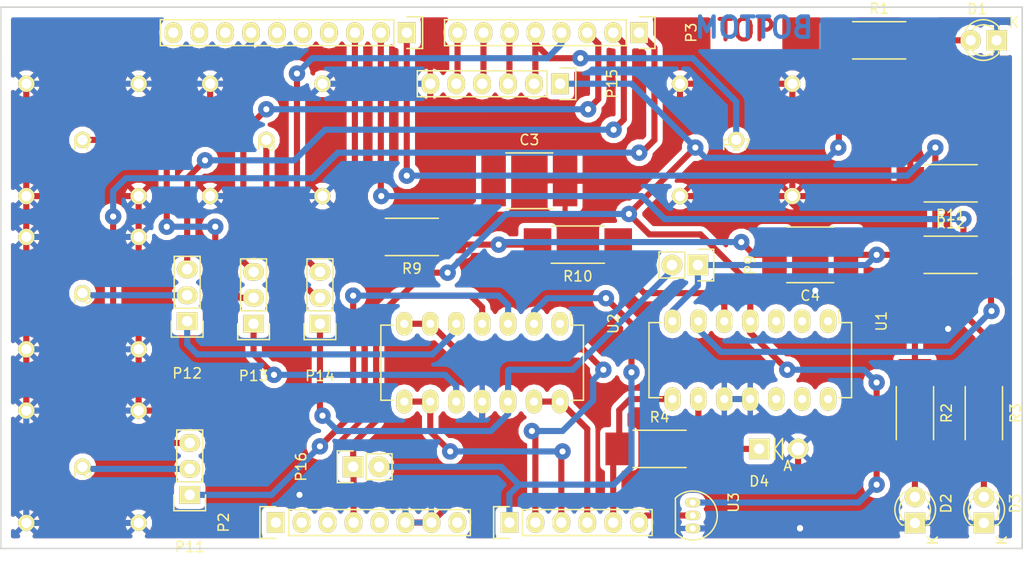
<source format=kicad_pcb>
(kicad_pcb (version 4) (host pcbnew 4.0.2+dfsg1-stable)
  (layers (0 F.Cu signal) (31 B.Cu signal) (34 B.Paste user) (35 F.Paste user) (36 B.SilkS user) (37 F.SilkS user) (38 B.Mask user) (39 F.Mask user) (44 Edge.Cuts user))
  (net 0 "")
  (net 1 GND)
  (net 2 "Net-(C3-Pad1)")
  (net 3 /DAC0)
  (net 4 "Net-(D1-Pad2)")
  (net 5 "Net-(D2-Pad2)")
  (net 6 "Net-(D3-Pad2)")
  (net 7 "Net-(D4-Pad1)")
  (net 8 /BNC0)
  (net 9 /BNC1)
  (net 10 /BNC2)
  (net 11 /BNC3)
  (net 12 /AI0)
  (net 13 /D0)
  (net 14 /AI1)
  (net 15 /D1)
  (net 16 /AI2)
  (net 17 /D2)
  (net 18 /AI3)
  (net 19 /D3)
  (net 20 /D4)
  (net 21 /D5)
  (net 22 /D6)
  (net 23 /D7)
  (net 24 +3V3)
  (net 25 /D8)
  (net 26 /D9)
  (net 27 /AD5)
  (net 28 /D10)
  (net 29 "Net-(R10-Pad1)")
  (net 30 "Net-(R11-Pad1)")
  (net 31 /AD0)
  (net 32 /AD1)
  (net 33 /AD2)
  (net 34 /AD3)
  (net 35 /AD4)
  (module rzfp:bnc (layer F.Cu) (at 108 128)
    (fp_text reference P6 (at 0 0.5) (layer F.SilkS))
    (fp_text value BNC)
    (pad 1 thru_hole circle (at 0 0) (size 1.6 1.6) (drill 1) (layers *.Cu *.Mask F.SilkS) (net 9 /BNC1))
    (pad 2 thru_hole circle (at -5.5 -5.5) (size 1.6 1.6) (drill 1) (layers *.Cu *.Mask F.SilkS) (net 1 GND))
    (pad 2 thru_hole circle (at 5.5 -5.5) (size 1.6 1.6) (drill 1) (layers *.Cu *.Mask F.SilkS) (net 1 GND))
    (pad 2 thru_hole circle (at -5.5 5.5) (size 1.6 1.6) (drill 1) (layers *.Cu *.Mask F.SilkS) (net 1 GND))
    (pad 2 thru_hole circle (at 5.5 5.5) (size 1.6 1.6) (drill 1) (layers *.Cu *.Mask F.SilkS) (net 1 GND))
  )
  (module Capacitors_SMD:C_2220_HandSoldering (layer F.Cu) (at 151.75 117)
    (fp_text reference C3 (at 0 -4) (layer F.SilkS))
    (fp_text value 12n)
    (pad 1 smd rect (at -3.5 0) (size 2.4 5) (layers F.Cu F.Paste F.Mask) (net 2 "Net-(C3-Pad1)"))
    (pad 2 smd rect (at 3.5 0) (size 2.4 5) (layers F.Cu F.Paste F.Mask) (net 1 GND))
  )
  (module Capacitors_SMD:C_2220_HandSoldering (layer F.Cu) (at 179.25 124.25 180)
    (fp_text reference C4 (at 0 -4 180) (layer F.SilkS))
    (fp_text value 12n)
    (pad 1 smd rect (at -3.5 0 180) (size 2.4 5) (layers F.Cu F.Paste F.Mask) (net 3 /DAC0))
    (pad 2 smd rect (at 3.5 0 180) (size 2.4 5) (layers F.Cu F.Paste F.Mask) (net 2 "Net-(C3-Pad1)"))
  )
  (module LEDs:LED-3MM (layer F.Cu) (at 197.5 103.25 180)
    (fp_text reference D1 (at 1.91 3.06 180) (layer F.SilkS))
    (fp_text value LED)
    (fp_text user K (at -1.69 1.74 180) (layer F.SilkS))
    (pad 1 thru_hole rect (at 0 0 270) (size 2 2) (drill 1.00076) (layers *.Cu *.Mask F.SilkS) (net 1 GND))
    (pad 2 thru_hole circle (at 2.54 0 180) (size 2 2) (drill 1.00076) (layers *.Cu *.Mask F.SilkS) (net 4 "Net-(D1-Pad2)"))
  )
  (module LEDs:LED-3MM (layer F.Cu) (at 189.5 150.5 90)
    (fp_text reference D2 (at 1.91 3.06 90) (layer F.SilkS))
    (fp_text value LED)
    (fp_text user K (at -1.69 1.74 90) (layer F.SilkS))
    (pad 1 thru_hole rect (at 0 0 180) (size 2 2) (drill 1.00076) (layers *.Cu *.Mask F.SilkS) (net 1 GND))
    (pad 2 thru_hole circle (at 2.54 0 90) (size 2 2) (drill 1.00076) (layers *.Cu *.Mask F.SilkS) (net 5 "Net-(D2-Pad2)"))
  )
  (module LEDs:LED-3MM (layer F.Cu) (at 196.25 150.5 90)
    (fp_text reference D3 (at 1.91 3.06 90) (layer F.SilkS))
    (fp_text value LED)
    (fp_text user K (at -1.69 1.74 90) (layer F.SilkS))
    (pad 1 thru_hole rect (at 0 0 180) (size 2 2) (drill 1.00076) (layers *.Cu *.Mask F.SilkS) (net 1 GND))
    (pad 2 thru_hole circle (at 2.54 0 90) (size 2 2) (drill 1.00076) (layers *.Cu *.Mask F.SilkS) (net 6 "Net-(D3-Pad2)"))
  )
  (module Diodes_ThroughHole:Diode_DO-41_SOD81_Vertical_AnodeUp (layer F.Cu) (at 174.25 143.25)
    (fp_text reference D4 (at 0 3.175) (layer F.SilkS))
    (fp_text value photodiode)
    (fp_text user A (at 2.794 1.651) (layer F.SilkS))
    (pad 2 thru_hole circle (at 3.81 0) (size 1.99898 1.99898) (drill 1.27) (layers *.Cu *.Mask F.SilkS) (net 1 GND))
    (pad 1 thru_hole rect (at 0 0) (size 1.99898 1.99898) (drill 1.00076) (layers *.Cu *.Mask F.SilkS) (net 7 "Net-(D4-Pad1)"))
  )
  (module rzfp:bnc (layer F.Cu) (at 108 145)
    (fp_text reference P5 (at 0 0.5) (layer F.SilkS))
    (fp_text value BNC)
    (pad 1 thru_hole circle (at 0 0) (size 1.6 1.6) (drill 1) (layers *.Cu *.Mask F.SilkS) (net 8 /BNC0))
    (pad 2 thru_hole circle (at -5.5 -5.5) (size 1.6 1.6) (drill 1) (layers *.Cu *.Mask F.SilkS) (net 1 GND))
    (pad 2 thru_hole circle (at 5.5 -5.5) (size 1.6 1.6) (drill 1) (layers *.Cu *.Mask F.SilkS) (net 1 GND))
    (pad 2 thru_hole circle (at -5.5 5.5) (size 1.6 1.6) (drill 1) (layers *.Cu *.Mask F.SilkS) (net 1 GND))
    (pad 2 thru_hole circle (at 5.5 5.5) (size 1.6 1.6) (drill 1) (layers *.Cu *.Mask F.SilkS) (net 1 GND))
  )
  (module rzfp:bnc (layer F.Cu) (at 108 113)
    (fp_text reference P7 (at 0 0.5) (layer F.SilkS))
    (fp_text value BNC)
    (pad 1 thru_hole circle (at 0 0) (size 1.6 1.6) (drill 1) (layers *.Cu *.Mask F.SilkS) (net 10 /BNC2))
    (pad 2 thru_hole circle (at -5.5 -5.5) (size 1.6 1.6) (drill 1) (layers *.Cu *.Mask F.SilkS) (net 1 GND))
    (pad 2 thru_hole circle (at 5.5 -5.5) (size 1.6 1.6) (drill 1) (layers *.Cu *.Mask F.SilkS) (net 1 GND))
    (pad 2 thru_hole circle (at -5.5 5.5) (size 1.6 1.6) (drill 1) (layers *.Cu *.Mask F.SilkS) (net 1 GND))
    (pad 2 thru_hole circle (at 5.5 5.5) (size 1.6 1.6) (drill 1) (layers *.Cu *.Mask F.SilkS) (net 1 GND))
  )
  (module rzfp:bnc (layer F.Cu) (at 126 113)
    (fp_text reference P8 (at 0 0.5) (layer F.SilkS))
    (fp_text value BNC)
    (pad 1 thru_hole circle (at 0 0) (size 1.6 1.6) (drill 1) (layers *.Cu *.Mask F.SilkS) (net 11 /BNC3))
    (pad 2 thru_hole circle (at -5.5 -5.5) (size 1.6 1.6) (drill 1) (layers *.Cu *.Mask F.SilkS) (net 1 GND))
    (pad 2 thru_hole circle (at 5.5 -5.5) (size 1.6 1.6) (drill 1) (layers *.Cu *.Mask F.SilkS) (net 1 GND))
    (pad 2 thru_hole circle (at -5.5 5.5) (size 1.6 1.6) (drill 1) (layers *.Cu *.Mask F.SilkS) (net 1 GND))
    (pad 2 thru_hole circle (at 5.5 5.5) (size 1.6 1.6) (drill 1) (layers *.Cu *.Mask F.SilkS) (net 1 GND))
  )
  (module Pin_Headers:Pin_Header_Straight_1x02 (layer F.Cu) (at 168.25 125.25 270)
    (fp_text reference P9 (at 0 -5.1 270) (layer F.SilkS))
    (fp_text value DAC2ADC0)
    (pad 1 thru_hole rect (at 0 0 270) (size 2.032 2.032) (drill 1.016) (layers *.Cu *.Mask F.SilkS) (net 3 /DAC0))
    (pad 2 thru_hole oval (at 0 2.54 270) (size 2.032 2.032) (drill 1.016) (layers *.Cu *.Mask F.SilkS) (net 18 /AI3))
  )
  (module Pin_Headers:Pin_Header_Straight_1x03 (layer F.Cu) (at 118.5 147.75 180)
    (fp_text reference P11 (at 0 -5.1 180) (layer F.SilkS))
    (fp_text value ADC-DO)
    (pad 1 thru_hole rect (at 0 0 180) (size 2.032 1.7272) (drill 1.016) (layers *.Cu *.Mask F.SilkS) (net 12 /AI0))
    (pad 2 thru_hole oval (at 0 2.54 180) (size 2.032 1.7272) (drill 1.016) (layers *.Cu *.Mask F.SilkS) (net 8 /BNC0))
    (pad 3 thru_hole oval (at 0 5.08 180) (size 2.032 1.7272) (drill 1.016) (layers *.Cu *.Mask F.SilkS) (net 13 /D0))
  )
  (module Pin_Headers:Pin_Header_Straight_1x03 (layer F.Cu) (at 118.25 130.75 180)
    (fp_text reference P12 (at 0 -5.1 180) (layer F.SilkS))
    (fp_text value ADC-DO)
    (pad 1 thru_hole rect (at 0 0 180) (size 2.032 1.7272) (drill 1.016) (layers *.Cu *.Mask F.SilkS) (net 14 /AI1))
    (pad 2 thru_hole oval (at 0 2.54 180) (size 2.032 1.7272) (drill 1.016) (layers *.Cu *.Mask F.SilkS) (net 9 /BNC1))
    (pad 3 thru_hole oval (at 0 5.08 180) (size 2.032 1.7272) (drill 1.016) (layers *.Cu *.Mask F.SilkS) (net 15 /D1))
  )
  (module Pin_Headers:Pin_Header_Straight_1x03 (layer F.Cu) (at 124.75 131 180)
    (fp_text reference P13 (at 0 -5.1 180) (layer F.SilkS))
    (fp_text value ADC-DO)
    (pad 1 thru_hole rect (at 0 0 180) (size 2.032 1.7272) (drill 1.016) (layers *.Cu *.Mask F.SilkS) (net 16 /AI2))
    (pad 2 thru_hole oval (at 0 2.54 180) (size 2.032 1.7272) (drill 1.016) (layers *.Cu *.Mask F.SilkS) (net 10 /BNC2))
    (pad 3 thru_hole oval (at 0 5.08 180) (size 2.032 1.7272) (drill 1.016) (layers *.Cu *.Mask F.SilkS) (net 17 /D2))
  )
  (module Pin_Headers:Pin_Header_Straight_1x03 (layer F.Cu) (at 131.25 131 180)
    (fp_text reference P14 (at 0 -5.1 180) (layer F.SilkS))
    (fp_text value ADC-DO)
    (pad 1 thru_hole rect (at 0 0 180) (size 2.032 1.7272) (drill 1.016) (layers *.Cu *.Mask F.SilkS) (net 18 /AI3))
    (pad 2 thru_hole oval (at 0 2.54 180) (size 2.032 1.7272) (drill 1.016) (layers *.Cu *.Mask F.SilkS) (net 11 /BNC3))
    (pad 3 thru_hole oval (at 0 5.08 180) (size 2.032 1.7272) (drill 1.016) (layers *.Cu *.Mask F.SilkS) (net 19 /D3))
  )
  (module Resistors_SMD:R_2512_HandSoldering (layer F.Cu) (at 186 103.25)
    (fp_text reference R1 (at 0 -3.1) (layer F.SilkS))
    (fp_text value 330)
    (pad 1 smd rect (at -3.95 0) (size 2.7 3.2) (layers F.Cu F.Paste F.Mask) (net 24 +3V3))
    (pad 2 smd rect (at 3.95 0) (size 2.7 3.2) (layers F.Cu F.Paste F.Mask) (net 4 "Net-(D1-Pad2)"))
  )
  (module Resistors_SMD:R_2512_HandSoldering (layer F.Cu) (at 189.5 139.75 270)
    (fp_text reference R2 (at 0 -3.1 270) (layer F.SilkS))
    (fp_text value 330)
    (pad 1 smd rect (at -3.95 0 270) (size 2.7 3.2) (layers F.Cu F.Paste F.Mask) (net 25 /D8))
    (pad 2 smd rect (at 3.95 0 270) (size 2.7 3.2) (layers F.Cu F.Paste F.Mask) (net 5 "Net-(D2-Pad2)"))
  )
  (module Resistors_SMD:R_2512_HandSoldering (layer F.Cu) (at 196.25 139.75 270)
    (fp_text reference R3 (at 0 -3.1 270) (layer F.SilkS))
    (fp_text value 330)
    (pad 1 smd rect (at -3.95 0 270) (size 2.7 3.2) (layers F.Cu F.Paste F.Mask) (net 26 /D9))
    (pad 2 smd rect (at 3.95 0 270) (size 2.7 3.2) (layers F.Cu F.Paste F.Mask) (net 6 "Net-(D3-Pad2)"))
  )
  (module Resistors_SMD:R_2512_HandSoldering (layer F.Cu) (at 164.5 143.25)
    (fp_text reference R4 (at 0 -3.1) (layer F.SilkS))
    (fp_text value 47k)
    (pad 1 smd rect (at -3.95 0) (size 2.7 3.2) (layers F.Cu F.Paste F.Mask) (net 35 /AD4))
    (pad 2 smd rect (at 3.95 0) (size 2.7 3.2) (layers F.Cu F.Paste F.Mask) (net 7 "Net-(D4-Pad1)"))
  )
  (module Resistors_SMD:R_2512_HandSoldering (layer F.Cu) (at 140.25 122.5 180)
    (fp_text reference R9 (at 0 -3.1 180) (layer F.SilkS))
    (fp_text value 100k)
    (pad 1 smd rect (at -3.95 0 180) (size 2.7 3.2) (layers F.Cu F.Paste F.Mask) (net 2 "Net-(C3-Pad1)"))
    (pad 2 smd rect (at 3.95 0 180) (size 2.7 3.2) (layers F.Cu F.Paste F.Mask) (net 28 /D10))
  )
  (module Resistors_SMD:R_2512_HandSoldering (layer F.Cu) (at 156.5 123.25 180)
    (fp_text reference R10 (at 0 -3.1 180) (layer F.SilkS))
    (fp_text value 100k)
    (pad 1 smd rect (at -3.95 0 180) (size 2.7 3.2) (layers F.Cu F.Paste F.Mask) (net 29 "Net-(R10-Pad1)"))
    (pad 2 smd rect (at 3.95 0 180) (size 2.7 3.2) (layers F.Cu F.Paste F.Mask) (net 2 "Net-(C3-Pad1)"))
  )
  (module Resistors_SMD:R_2512_HandSoldering (layer F.Cu) (at 193 117.25 180)
    (fp_text reference R11 (at 0 -3.1 180) (layer F.SilkS))
    (fp_text value 10k)
    (pad 1 smd rect (at -3.95 0 180) (size 2.7 3.2) (layers F.Cu F.Paste F.Mask) (net 30 "Net-(R11-Pad1)"))
    (pad 2 smd rect (at 3.95 0 180) (size 2.7 3.2) (layers F.Cu F.Paste F.Mask) (net 1 GND))
  )
  (module Resistors_SMD:R_2512_HandSoldering (layer F.Cu) (at 193 124.25)
    (fp_text reference R12 (at 0 -3.1) (layer F.SilkS))
    (fp_text value 10k)
    (pad 1 smd rect (at -3.95 0) (size 2.7 3.2) (layers F.Cu F.Paste F.Mask) (net 3 /DAC0))
    (pad 2 smd rect (at 3.95 0) (size 2.7 3.2) (layers F.Cu F.Paste F.Mask) (net 30 "Net-(R11-Pad1)"))
  )
  (module Housings_DIP:DIP-14_W7.62mm_LongPads (layer F.Cu) (at 181 130.75 270)
    (fp_text reference U1 (at 0 -5.22 270) (layer F.SilkS))
    (fp_text value LM324)
    (pad 1 thru_hole oval (at 0 0 270) (size 2.3 1.6) (drill 0.8) (layers *.Cu *.Mask F.SilkS))
    (pad 2 thru_hole oval (at 0 2.54 270) (size 2.3 1.6) (drill 0.8) (layers *.Cu *.Mask F.SilkS))
    (pad 3 thru_hole oval (at 0 5.08 270) (size 2.3 1.6) (drill 0.8) (layers *.Cu *.Mask F.SilkS))
    (pad 4 thru_hole oval (at 0 7.62 270) (size 2.3 1.6) (drill 0.8) (layers *.Cu *.Mask F.SilkS) (net 24 +3V3))
    (pad 5 thru_hole oval (at 0 10.16 270) (size 2.3 1.6) (drill 0.8) (layers *.Cu *.Mask F.SilkS) (net 29 "Net-(R10-Pad1)"))
    (pad 6 thru_hole oval (at 0 12.7 270) (size 2.3 1.6) (drill 0.8) (layers *.Cu *.Mask F.SilkS) (net 30 "Net-(R11-Pad1)"))
    (pad 7 thru_hole oval (at 0 15.24 270) (size 2.3 1.6) (drill 0.8) (layers *.Cu *.Mask F.SilkS) (net 3 /DAC0))
    (pad 8 thru_hole oval (at 7.62 15.24 270) (size 2.3 1.6) (drill 0.8) (layers *.Cu *.Mask F.SilkS) (net 35 /AD4))
    (pad 9 thru_hole oval (at 7.62 12.7 270) (size 2.3 1.6) (drill 0.8) (layers *.Cu *.Mask F.SilkS) (net 7 "Net-(D4-Pad1)"))
    (pad 10 thru_hole oval (at 7.62 10.16 270) (size 2.3 1.6) (drill 0.8) (layers *.Cu *.Mask F.SilkS) (net 1 GND))
    (pad 11 thru_hole oval (at 7.62 7.62 270) (size 2.3 1.6) (drill 0.8) (layers *.Cu *.Mask F.SilkS) (net 1 GND))
    (pad 12 thru_hole oval (at 7.62 5.08 270) (size 2.3 1.6) (drill 0.8) (layers *.Cu *.Mask F.SilkS))
    (pad 13 thru_hole oval (at 7.62 2.54 270) (size 2.3 1.6) (drill 0.8) (layers *.Cu *.Mask F.SilkS))
    (pad 14 thru_hole oval (at 7.62 0 270) (size 2.3 1.6) (drill 0.8) (layers *.Cu *.Mask F.SilkS))
  )
  (module Housings_DIP:DIP-14_W7.62mm_LongPads (layer F.Cu) (at 154.75 131 270)
    (fp_text reference U2 (at 0 -5.22 270) (layer F.SilkS))
    (fp_text value LM324)
    (pad 1 thru_hole oval (at 0 0 270) (size 2.3 1.6) (drill 0.8) (layers *.Cu *.Mask F.SilkS) (net 31 /AD0))
    (pad 2 thru_hole oval (at 0 2.54 270) (size 2.3 1.6) (drill 0.8) (layers *.Cu *.Mask F.SilkS) (net 31 /AD0))
    (pad 3 thru_hole oval (at 0 5.08 270) (size 2.3 1.6) (drill 0.8) (layers *.Cu *.Mask F.SilkS) (net 12 /AI0))
    (pad 4 thru_hole oval (at 0 7.62 270) (size 2.3 1.6) (drill 0.8) (layers *.Cu *.Mask F.SilkS) (net 24 +3V3))
    (pad 5 thru_hole oval (at 0 10.16 270) (size 2.3 1.6) (drill 0.8) (layers *.Cu *.Mask F.SilkS) (net 14 /AI1))
    (pad 6 thru_hole oval (at 0 12.7 270) (size 2.3 1.6) (drill 0.8) (layers *.Cu *.Mask F.SilkS) (net 32 /AD1))
    (pad 7 thru_hole oval (at 0 15.24 270) (size 2.3 1.6) (drill 0.8) (layers *.Cu *.Mask F.SilkS) (net 32 /AD1))
    (pad 8 thru_hole oval (at 7.62 15.24 270) (size 2.3 1.6) (drill 0.8) (layers *.Cu *.Mask F.SilkS) (net 33 /AD2))
    (pad 9 thru_hole oval (at 7.62 12.7 270) (size 2.3 1.6) (drill 0.8) (layers *.Cu *.Mask F.SilkS) (net 33 /AD2))
    (pad 10 thru_hole oval (at 7.62 10.16 270) (size 2.3 1.6) (drill 0.8) (layers *.Cu *.Mask F.SilkS) (net 16 /AI2))
    (pad 11 thru_hole oval (at 7.62 7.62 270) (size 2.3 1.6) (drill 0.8) (layers *.Cu *.Mask F.SilkS) (net 1 GND))
    (pad 12 thru_hole oval (at 7.62 5.08 270) (size 2.3 1.6) (drill 0.8) (layers *.Cu *.Mask F.SilkS) (net 18 /AI3))
    (pad 13 thru_hole oval (at 7.62 2.54 270) (size 2.3 1.6) (drill 0.8) (layers *.Cu *.Mask F.SilkS) (net 34 /AD3))
    (pad 14 thru_hole oval (at 7.62 0 270) (size 2.3 1.6) (drill 0.8) (layers *.Cu *.Mask F.SilkS) (net 34 /AD3))
  )
  (module TO_SOT_Packages_THT:TO-92_Inline_Narrow_Oval (layer F.Cu) (at 167.75 148.5 270)
    (fp_text reference U3 (at 0 -4 270) (layer F.SilkS))
    (fp_text value MCP9700T-E/TT)
    (pad 2 thru_hole oval (at 1.27 0 90) (size 0.89916 1.50114) (drill 0.6) (layers *.Cu *.Mask F.SilkS) (net 27 /AD5))
    (pad 3 thru_hole oval (at 2.54 0 90) (size 0.89916 1.50114) (drill 0.6) (layers *.Cu *.Mask F.SilkS) (net 1 GND))
    (pad 1 thru_hole oval (at 0 0 90) (size 0.89916 1.50114) (drill 0.6) (layers *.Cu *.Mask F.SilkS) (net 24 +3V3))
  )
  (module Pin_Headers:Pin_Header_Straight_1x08 (layer F.Cu) (at 126.92 150.46 90)
    (fp_text reference P2 (at 0 -5.1 90) (layer F.SilkS))
    (fp_text value Power)
    (pad 1 thru_hole rect (at 0 0 90) (size 2.032 1.7272) (drill 1.016) (layers *.Cu *.Mask F.SilkS))
    (pad 2 thru_hole oval (at 0 2.54 90) (size 2.032 1.7272) (drill 1.016) (layers *.Cu *.Mask F.SilkS))
    (pad 3 thru_hole oval (at 0 5.08 90) (size 2.032 1.7272) (drill 1.016) (layers *.Cu *.Mask F.SilkS))
    (pad 4 thru_hole oval (at 0 7.62 90) (size 2.032 1.7272) (drill 1.016) (layers *.Cu *.Mask F.SilkS) (net 24 +3V3))
    (pad 5 thru_hole oval (at 0 10.16 90) (size 2.032 1.7272) (drill 1.016) (layers *.Cu *.Mask F.SilkS))
    (pad 6 thru_hole oval (at 0 12.7 90) (size 2.032 1.7272) (drill 1.016) (layers *.Cu *.Mask F.SilkS) (net 1 GND))
    (pad 7 thru_hole oval (at 0 15.24 90) (size 2.032 1.7272) (drill 1.016) (layers *.Cu *.Mask F.SilkS) (net 1 GND))
    (pad 8 thru_hole oval (at 0 17.78 90) (size 2.032 1.7272) (drill 1.016) (layers *.Cu *.Mask F.SilkS))
  )
  (module Pin_Headers:Pin_Header_Straight_1x08 (layer F.Cu) (at 162.5 102.5 270)
    (fp_text reference P3 (at 0 -5.1 270) (layer F.SilkS))
    (fp_text value Digital1)
    (pad 1 thru_hole rect (at 0 0 270) (size 2.032 1.7272) (drill 1.016) (layers *.Cu *.Mask F.SilkS) (net 13 /D0))
    (pad 2 thru_hole oval (at 0 2.54 270) (size 2.032 1.7272) (drill 1.016) (layers *.Cu *.Mask F.SilkS) (net 15 /D1))
    (pad 3 thru_hole oval (at 0 5.08 270) (size 2.032 1.7272) (drill 1.016) (layers *.Cu *.Mask F.SilkS) (net 17 /D2))
    (pad 4 thru_hole oval (at 0 7.62 270) (size 2.032 1.7272) (drill 1.016) (layers *.Cu *.Mask F.SilkS) (net 19 /D3))
    (pad 5 thru_hole oval (at 0 10.16 270) (size 2.032 1.7272) (drill 1.016) (layers *.Cu *.Mask F.SilkS) (net 20 /D4))
    (pad 6 thru_hole oval (at 0 12.7 270) (size 2.032 1.7272) (drill 1.016) (layers *.Cu *.Mask F.SilkS) (net 21 /D5))
    (pad 7 thru_hole oval (at 0 15.24 270) (size 2.032 1.7272) (drill 1.016) (layers *.Cu *.Mask F.SilkS) (net 22 /D6))
    (pad 8 thru_hole oval (at 0 17.78 270) (size 2.032 1.7272) (drill 1.016) (layers *.Cu *.Mask F.SilkS) (net 23 /D7))
  )
  (module Pin_Headers:Pin_Header_Straight_1x10 (layer F.Cu) (at 139.75 102.5 270)
    (fp_text reference P4 (at 0 -5.1 270) (layer F.SilkS))
    (fp_text value Digital2)
    (pad 1 thru_hole rect (at 0 0 270) (size 2.032 1.7272) (drill 1.016) (layers *.Cu *.Mask F.SilkS) (net 25 /D8))
    (pad 2 thru_hole oval (at 0 2.54 270) (size 2.032 1.7272) (drill 1.016) (layers *.Cu *.Mask F.SilkS) (net 26 /D9))
    (pad 3 thru_hole oval (at 0 5.08 270) (size 2.032 1.7272) (drill 1.016) (layers *.Cu *.Mask F.SilkS) (net 28 /D10))
    (pad 4 thru_hole oval (at 0 7.62 270) (size 2.032 1.7272) (drill 1.016) (layers *.Cu *.Mask F.SilkS))
    (pad 5 thru_hole oval (at 0 10.16 270) (size 2.032 1.7272) (drill 1.016) (layers *.Cu *.Mask F.SilkS))
    (pad 6 thru_hole oval (at 0 12.7 270) (size 2.032 1.7272) (drill 1.016) (layers *.Cu *.Mask F.SilkS))
    (pad 7 thru_hole oval (at 0 15.24 270) (size 2.032 1.7272) (drill 1.016) (layers *.Cu *.Mask F.SilkS) (net 1 GND))
    (pad 8 thru_hole oval (at 0 17.78 270) (size 2.032 1.7272) (drill 1.016) (layers *.Cu *.Mask F.SilkS))
    (pad 9 thru_hole oval (at 0 20.32 270) (size 2.032 1.7272) (drill 1.016) (layers *.Cu *.Mask F.SilkS))
    (pad 10 thru_hole oval (at 0 22.86 270) (size 2.032 1.7272) (drill 1.016) (layers *.Cu *.Mask F.SilkS))
  )
  (module Pin_Headers:Pin_Header_Straight_1x02 (layer F.Cu) (at 134.5 145 90)
    (fp_text reference P16 (at 0 -5.1 90) (layer F.SilkS))
    (fp_text value "3V3 ADC REF")
    (pad 1 thru_hole rect (at 0 0 90) (size 2.032 2.032) (drill 1.016) (layers *.Cu *.Mask F.SilkS) (net 24 +3V3))
    (pad 2 thru_hole oval (at 0 2.54 90) (size 2.032 2.032) (drill 1.016) (layers *.Cu *.Mask F.SilkS) (net 31 /AD0))
  )
  (module Pin_Headers:Pin_Header_Straight_1x06 (layer F.Cu) (at 149.8 150.46 90)
    (fp_text reference P1 (at 0 -5.1 90) (layer F.SilkS))
    (fp_text value AnalogIn)
    (pad 1 thru_hole rect (at 0 0 90) (size 2.032 1.7272) (drill 1.016) (layers *.Cu *.Mask F.SilkS) (net 31 /AD0))
    (pad 2 thru_hole oval (at 0 2.54 90) (size 2.032 1.7272) (drill 1.016) (layers *.Cu *.Mask F.SilkS) (net 32 /AD1))
    (pad 3 thru_hole oval (at 0 5.08 90) (size 2.032 1.7272) (drill 1.016) (layers *.Cu *.Mask F.SilkS) (net 33 /AD2))
    (pad 4 thru_hole oval (at 0 7.62 90) (size 2.032 1.7272) (drill 1.016) (layers *.Cu *.Mask F.SilkS) (net 34 /AD3))
    (pad 5 thru_hole oval (at 0 10.16 90) (size 2.032 1.7272) (drill 1.016) (layers *.Cu *.Mask F.SilkS) (net 35 /AD4))
    (pad 6 thru_hole oval (at 0 12.7 90) (size 2.032 1.7272) (drill 1.016) (layers *.Cu *.Mask F.SilkS) (net 27 /AD5))
  )
  (module Pin_Headers:Pin_Header_Straight_1x06 (layer F.Cu) (at 154.75 107.5 270)
    (fp_text reference P15 (at 0 -5.1 270) (layer F.SilkS))
    (fp_text value DO)
    (pad 1 thru_hole rect (at 0 0 270) (size 2.032 1.7272) (drill 1.016) (layers *.Cu *.Mask F.SilkS) (net 24 +3V3))
    (pad 2 thru_hole oval (at 0 2.54 270) (size 2.032 1.7272) (drill 1.016) (layers *.Cu *.Mask F.SilkS) (net 20 /D4))
    (pad 3 thru_hole oval (at 0 5.08 270) (size 2.032 1.7272) (drill 1.016) (layers *.Cu *.Mask F.SilkS) (net 21 /D5))
    (pad 4 thru_hole oval (at 0 7.62 270) (size 2.032 1.7272) (drill 1.016) (layers *.Cu *.Mask F.SilkS) (net 22 /D6))
    (pad 5 thru_hole oval (at 0 10.16 270) (size 2.032 1.7272) (drill 1.016) (layers *.Cu *.Mask F.SilkS) (net 23 /D7))
    (pad 6 thru_hole oval (at 0 12.7 270) (size 2.032 1.7272) (drill 1.016) (layers *.Cu *.Mask F.SilkS) (net 1 GND))
  )
  (module rzfp:bnc (layer F.Cu) (at 172 113)
    (fp_text reference P17 (at 0 0.5) (layer F.SilkS))
    (fp_text value BNC)
    (pad 1 thru_hole circle (at 0 0) (size 1.6 1.6) (drill 1) (layers *.Cu *.Mask F.SilkS) (net 20 /D4))
    (pad 2 thru_hole circle (at -5.5 -5.5) (size 1.6 1.6) (drill 1) (layers *.Cu *.Mask F.SilkS) (net 1 GND))
    (pad 2 thru_hole circle (at 5.5 -5.5) (size 1.6 1.6) (drill 1) (layers *.Cu *.Mask F.SilkS) (net 1 GND))
    (pad 2 thru_hole circle (at -5.5 5.5) (size 1.6 1.6) (drill 1) (layers *.Cu *.Mask F.SilkS) (net 1 GND))
    (pad 2 thru_hole circle (at 5.5 5.5) (size 1.6 1.6) (drill 1) (layers *.Cu *.Mask F.SilkS) (net 1 GND))
  )
  (gr_text BOTTOM (at 173.75 102) (layer B.Cu) (effects (font (size 2 2) (thickness 0.4)) (justify mirror)))
  (gr_text TOP (at 173 102.25) (layer F.Cu) (effects (font (size 2 2) (thickness 0.4))))
  (gr_text "RZ 2016" (at 108.5 102.75) (layer F.Cu) (effects (font (size 2 2) (thickness 0.4))))
  (gr_line (start 100 100) (end 200 100) (angle 90) (layer Edge.Cuts) (width 0.15))
  (gr_line (start 200 100) (end 200 153) (angle 90) (layer Edge.Cuts) (width 0.15))
  (gr_line (start 100 153) (end 200 153) (angle 90) (layer Edge.Cuts) (width 0.15))
  (gr_line (start 100 100) (end 100 153) (angle 90) (layer Edge.Cuts) (width 0.15))
  (segment (start 167.75 151.04) (end 178.21 151.04) (width 0.6) (layer B.Cu) (net 1))
  (segment (start 178.21 151.04) (end 178.25 151) (width 0.6) (layer B.Cu) (net 1))
  (segment (start 173.38 138.37) (end 170.84 138.37) (width 0.6) (layer B.Cu) (net 1))
  (segment (start 178.06 143.25) (end 178.06 150.81) (width 0.6) (layer F.Cu) (net 1))
  (segment (start 178.06 150.81) (end 178.25 151) (width 0.6) (layer F.Cu) (net 1))
  (via (at 178.25 151) (size 1.6) (drill 0.6) (layers F.Cu B.Cu) (net 1))
  (segment (start 178.25 151) (end 178.25 151.04) (width 0.6) (layer B.Cu) (net 1))
  (via (at 178.25 151.04) (size 1.6) (drill 0.6) (layers F.Cu B.Cu) (net 1))
  (segment (start 178.25 151.04) (end 178.25 151) (width 0.6) (layer F.Cu) (net 1))
  (segment (start 173.38 138.37) (end 178.06 143.05) (width 0.6) (layer B.Cu) (net 1))
  (segment (start 178.06 143.05) (end 178.06 143.25) (width 0.6) (layer B.Cu) (net 1))
  (segment (start 196.25 150.5) (end 194.5 150.5) (width 0.6) (layer F.Cu) (net 1))
  (segment (start 189.5 128.25) (end 186.25 128.25) (width 0.6) (layer B.Cu) (net 1))
  (segment (start 192.75 131.5) (end 189.5 128.25) (width 0.6) (layer B.Cu) (net 1))
  (via (at 192.75 131.5) (size 1.6) (drill 0.6) (layers F.Cu B.Cu) (net 1))
  (segment (start 192.75 148.75) (end 192.75 131.5) (width 0.6) (layer F.Cu) (net 1))
  (segment (start 194.5 150.5) (end 192.75 148.75) (width 0.6) (layer F.Cu) (net 1))
  (segment (start 167.75 151.04) (end 188.96 151.04) (width 0.6) (layer B.Cu) (net 1))
  (segment (start 188.96 151.04) (end 189.5 150.5) (width 0.6) (layer B.Cu) (net 1))
  (segment (start 189.5 150.5) (end 196.25 150.5) (width 0.6) (layer B.Cu) (net 1))
  (segment (start 177.5 118.5) (end 177.5 119.25) (width 0.6) (layer F.Cu) (net 1))
  (segment (start 177.5 119.25) (end 178.5 120.25) (width 0.6) (layer F.Cu) (net 1))
  (segment (start 178.5 120.25) (end 178.5 126.5) (width 0.6) (layer F.Cu) (net 1))
  (segment (start 178.5 126.5) (end 179.75 127.75) (width 0.6) (layer F.Cu) (net 1))
  (via (at 179.75 127.75) (size 1.6) (drill 0.6) (layers F.Cu B.Cu) (net 1))
  (segment (start 179.75 127.75) (end 180.25 128.25) (width 0.6) (layer B.Cu) (net 1))
  (segment (start 180.25 128.25) (end 186.25 128.25) (width 0.6) (layer B.Cu) (net 1))
  (segment (start 186.25 128.25) (end 186.75 128.25) (width 0.6) (layer B.Cu) (net 1))
  (segment (start 197.5 103.25) (end 197.5 109) (width 0.6) (layer F.Cu) (net 1))
  (segment (start 189.05 112.2) (end 189.05 117.25) (width 0.6) (layer F.Cu) (net 1))
  (segment (start 190.5 110.75) (end 189.05 112.2) (width 0.6) (layer F.Cu) (net 1))
  (segment (start 195.75 110.75) (end 190.5 110.75) (width 0.6) (layer F.Cu) (net 1))
  (segment (start 197.5 109) (end 195.75 110.75) (width 0.6) (layer F.Cu) (net 1))
  (segment (start 177.5 118.5) (end 166.5 118.5) (width 0.6) (layer F.Cu) (net 1))
  (segment (start 177.5 118.5) (end 187.8 118.5) (width 0.6) (layer F.Cu) (net 1))
  (segment (start 187.8 118.5) (end 189.05 117.25) (width 0.6) (layer F.Cu) (net 1))
  (segment (start 166.5 107.5) (end 177.5 107.5) (width 0.6) (layer F.Cu) (net 1))
  (segment (start 177.5 107.5) (end 177.5 118.5) (width 0.6) (layer F.Cu) (net 1))
  (segment (start 155.25 117) (end 161.25 117) (width 0.6) (layer F.Cu) (net 1))
  (segment (start 142.05 107.5) (end 142.05 109.8) (width 0.6) (layer F.Cu) (net 1))
  (segment (start 166.5 112.75) (end 166.5 107.5) (width 0.6) (layer F.Cu) (net 1))
  (segment (start 162.25 117) (end 166.5 112.75) (width 0.6) (layer F.Cu) (net 1))
  (segment (start 161.25 117) (end 162.25 117) (width 0.6) (layer F.Cu) (net 1))
  (segment (start 156.25 112) (end 161.25 117) (width 0.6) (layer F.Cu) (net 1))
  (segment (start 144.25 112) (end 156.25 112) (width 0.6) (layer F.Cu) (net 1))
  (segment (start 142.05 109.8) (end 144.25 112) (width 0.6) (layer F.Cu) (net 1))
  (segment (start 131.5 107.5) (end 142.05 107.5) (width 0.6) (layer B.Cu) (net 1))
  (segment (start 120.5 107.5) (end 125.5 107.5) (width 0.6) (layer B.Cu) (net 1))
  (segment (start 130.5 108.5) (end 131.5 107.5) (width 0.6) (layer B.Cu) (net 1))
  (segment (start 126.5 108.5) (end 130.5 108.5) (width 0.6) (layer B.Cu) (net 1))
  (segment (start 125.5 107.5) (end 126.5 108.5) (width 0.6) (layer B.Cu) (net 1))
  (segment (start 120.5 118.5) (end 131.5 118.5) (width 0.6) (layer B.Cu) (net 1))
  (segment (start 120.5 107.5) (end 120.5 111.75) (width 0.6) (layer F.Cu) (net 1))
  (segment (start 122.25 116.75) (end 120.5 118.5) (width 0.6) (layer F.Cu) (net 1))
  (segment (start 122.25 113.5) (end 122.25 116.75) (width 0.6) (layer F.Cu) (net 1))
  (segment (start 120.5 111.75) (end 122.25 113.5) (width 0.6) (layer F.Cu) (net 1))
  (via (at 102.5 107.5) (size 1.6) (drill 0.6) (layers F.Cu B.Cu) (net 1))
  (segment (start 102.5 107.5) (end 120.5 107.5) (width 0.6) (layer B.Cu) (net 1))
  (segment (start 120.5 107.5) (end 124.51 103.49) (width 0.6) (layer B.Cu) (net 1))
  (segment (start 124.51 103.49) (end 124.51 102.5) (width 0.6) (layer B.Cu) (net 1))
  (segment (start 102.5 118.5) (end 102.5 107.5) (width 0.6) (layer F.Cu) (net 1))
  (segment (start 113.5 118.5) (end 102.5 118.5) (width 0.6) (layer F.Cu) (net 1))
  (segment (start 102.5 118.5) (end 102.5 122.5) (width 0.6) (layer F.Cu) (net 1))
  (via (at 102.5 122.5) (size 1.6) (drill 0.6) (layers F.Cu B.Cu) (net 1))
  (segment (start 102.5 122.5) (end 113.5 122.5) (width 0.6) (layer B.Cu) (net 1))
  (via (at 102.5 133.5) (size 1.6) (drill 0.6) (layers F.Cu B.Cu) (net 1))
  (segment (start 102.5 133.5) (end 102.5 122.5) (width 0.6) (layer F.Cu) (net 1))
  (segment (start 102.5 133.5) (end 113.5 133.5) (width 0.6) (layer B.Cu) (net 1))
  (segment (start 102.5 139.5) (end 102.5 133.5) (width 0.6) (layer F.Cu) (net 1))
  (segment (start 102.5 150.5) (end 113.5 150.5) (width 0.6) (layer B.Cu) (net 1))
  (segment (start 102.5 139.5) (end 102.5 150.5) (width 0.6) (layer B.Cu) (net 1))
  (segment (start 113.5 139.5) (end 102.5 139.5) (width 0.6) (layer B.Cu) (net 1))
  (segment (start 113.5 139.5) (end 113.5 118.5) (width 0.6) (layer F.Cu) (net 1))
  (segment (start 139.62 150.46) (end 139.62 149.12) (width 0.6) (layer B.Cu) (net 1))
  (segment (start 121 139.5) (end 113.5 139.5) (width 0.6) (layer F.Cu) (net 1))
  (segment (start 129.25 147.75) (end 121 139.5) (width 0.6) (layer F.Cu) (net 1))
  (via (at 129.25 147.75) (size 1.6) (drill 0.6) (layers F.Cu B.Cu) (net 1))
  (segment (start 138.25 147.75) (end 129.25 147.75) (width 0.6) (layer B.Cu) (net 1))
  (segment (start 139.62 149.12) (end 138.25 147.75) (width 0.6) (layer B.Cu) (net 1))
  (segment (start 139.62 150.46) (end 142.16 150.46) (width 0.6) (layer F.Cu) (net 1))
  (segment (start 142.16 150.46) (end 147.13 145.49) (width 0.6) (layer F.Cu) (net 1))
  (segment (start 147.13 145.49) (end 147.13 138.62) (width 0.6) (layer F.Cu) (net 1))
  (via (at 148.75 123.25) (size 1.6) (drill 0.6) (layers F.Cu B.Cu) (net 2))
  (segment (start 175.75 124.25) (end 173.75 124.25) (width 0.6) (layer F.Cu) (net 2))
  (segment (start 172.5 123) (end 173.75 124.25) (width 0.6) (layer F.Cu) (net 2))
  (via (at 172.5 123) (size 1.6) (drill 0.6) (layers F.Cu B.Cu) (net 2))
  (segment (start 149 123) (end 172.5 123) (width 0.6) (layer B.Cu) (net 2))
  (segment (start 149 123) (end 148.75 123.25) (width 0.6) (layer B.Cu) (net 2))
  (segment (start 152.55 123.25) (end 148.75 123.25) (width 0.6) (layer F.Cu) (net 2))
  (segment (start 148.75 123.25) (end 144.95 123.25) (width 0.6) (layer F.Cu) (net 2))
  (segment (start 144.95 123.25) (end 144.2 122.5) (width 0.6) (layer F.Cu) (net 2))
  (segment (start 148.25 117) (end 148.25 118.45) (width 0.6) (layer F.Cu) (net 2))
  (segment (start 148.25 118.45) (end 144.2 122.5) (width 0.6) (layer F.Cu) (net 2))
  (segment (start 168.25 125.25) (end 184.75 125.25) (width 0.6) (layer B.Cu) (net 3))
  (via (at 185.75 124.25) (size 1.6) (drill 0.6) (layers F.Cu B.Cu) (net 3))
  (segment (start 184.75 125.25) (end 185.75 124.25) (width 0.6) (layer B.Cu) (net 3))
  (segment (start 182.75 124.25) (end 185.75 124.25) (width 0.6) (layer F.Cu) (net 3))
  (segment (start 185.75 124.25) (end 189.05 124.25) (width 0.6) (layer F.Cu) (net 3))
  (segment (start 165.76 130.75) (end 165.76 129.74) (width 0.6) (layer B.Cu) (net 3))
  (segment (start 165.76 129.74) (end 168.25 127.25) (width 0.6) (layer B.Cu) (net 3))
  (segment (start 168.25 127.25) (end 168.25 125.25) (width 0.6) (layer B.Cu) (net 3))
  (segment (start 189.95 103.25) (end 194.96 103.25) (width 0.6) (layer F.Cu) (net 4))
  (segment (start 189.5 143.7) (end 189.5 147.96) (width 0.6) (layer F.Cu) (net 5))
  (segment (start 196.25 143.7) (end 196.25 147.96) (width 0.6) (layer F.Cu) (net 6))
  (segment (start 168.3 138.37) (end 168.3 143.1) (width 0.6) (layer F.Cu) (net 7))
  (segment (start 168.3 143.1) (end 168.45 143.25) (width 0.6) (layer F.Cu) (net 7))
  (segment (start 174.25 143.25) (end 168.45 143.25) (width 0.6) (layer F.Cu) (net 7))
  (segment (start 118.5 145.21) (end 108.21 145.21) (width 0.6) (layer B.Cu) (net 8))
  (segment (start 108.21 145.21) (end 108 145) (width 0.6) (layer B.Cu) (net 8))
  (segment (start 118.25 128.21) (end 108.21 128.21) (width 0.6) (layer B.Cu) (net 9))
  (segment (start 108.21 128.21) (end 108 128) (width 0.6) (layer B.Cu) (net 9))
  (segment (start 124.75 128.46) (end 123.46 128.46) (width 0.6) (layer F.Cu) (net 10))
  (segment (start 115.25 113) (end 108 113) (width 0.6) (layer F.Cu) (net 10))
  (segment (start 116.25 114) (end 115.25 113) (width 0.6) (layer F.Cu) (net 10))
  (segment (start 116.25 121.5) (end 116.25 114) (width 0.6) (layer F.Cu) (net 10))
  (via (at 116.25 121.5) (size 1.6) (drill 0.6) (layers F.Cu B.Cu) (net 10))
  (segment (start 121 121.5) (end 116.25 121.5) (width 0.6) (layer B.Cu) (net 10))
  (via (at 121 121.5) (size 1.6) (drill 0.6) (layers F.Cu B.Cu) (net 10))
  (segment (start 121 126) (end 121 121.5) (width 0.6) (layer F.Cu) (net 10))
  (segment (start 123.46 128.46) (end 121 126) (width 0.6) (layer F.Cu) (net 10))
  (segment (start 131.25 128.46) (end 130.96 128.46) (width 0.6) (layer F.Cu) (net 11))
  (segment (start 130.96 128.46) (end 126 123.5) (width 0.6) (layer F.Cu) (net 11))
  (segment (start 126 123.5) (end 126 113) (width 0.6) (layer F.Cu) (net 11))
  (segment (start 149.67 131) (end 149.67 129.17) (width 0.6) (layer B.Cu) (net 12))
  (segment (start 126.5 147.75) (end 118.5 147.75) (width 0.6) (layer B.Cu) (net 12))
  (segment (start 131.25 143) (end 126.5 147.75) (width 0.6) (layer B.Cu) (net 12))
  (via (at 131.25 143) (size 1.6) (drill 0.6) (layers F.Cu B.Cu) (net 12))
  (segment (start 134.5 139.75) (end 131.25 143) (width 0.6) (layer F.Cu) (net 12))
  (segment (start 134.5 128.25) (end 134.5 139.75) (width 0.6) (layer F.Cu) (net 12))
  (via (at 134.5 128.25) (size 1.6) (drill 0.6) (layers F.Cu B.Cu) (net 12))
  (segment (start 148.75 128.25) (end 134.5 128.25) (width 0.6) (layer B.Cu) (net 12))
  (segment (start 149.67 129.17) (end 148.75 128.25) (width 0.6) (layer B.Cu) (net 12))
  (segment (start 162.5 114.25) (end 162.75 114.25) (width 0.6) (layer F.Cu) (net 13))
  (segment (start 164 104) (end 162.5 102.5) (width 0.6) (layer F.Cu) (net 13))
  (segment (start 164 113) (end 164 104) (width 0.6) (layer F.Cu) (net 13))
  (segment (start 162.75 114.25) (end 164 113) (width 0.6) (layer F.Cu) (net 13))
  (segment (start 112.67 142.67) (end 118.5 142.67) (width 0.6) (layer F.Cu) (net 13))
  (segment (start 111 141) (end 112.67 142.67) (width 0.6) (layer F.Cu) (net 13))
  (segment (start 111 134.5) (end 111 141) (width 0.6) (layer F.Cu) (net 13))
  (segment (start 111 120.5) (end 111 134.5) (width 0.6) (layer F.Cu) (net 13))
  (via (at 111 120.5) (size 1.6) (drill 0.6) (layers F.Cu B.Cu) (net 13))
  (segment (start 111 118) (end 111 120.5) (width 0.6) (layer B.Cu) (net 13))
  (segment (start 112.25 116.75) (end 111 118) (width 0.6) (layer B.Cu) (net 13))
  (segment (start 130.5 116.75) (end 112.25 116.75) (width 0.6) (layer B.Cu) (net 13))
  (segment (start 133 114.25) (end 130.5 116.75) (width 0.6) (layer B.Cu) (net 13))
  (segment (start 162.5 114.25) (end 133 114.25) (width 0.6) (layer B.Cu) (net 13))
  (via (at 162.5 114.25) (size 1.6) (drill 0.6) (layers F.Cu B.Cu) (net 13))
  (segment (start 144.59 131) (end 144.59 131.66) (width 0.6) (layer B.Cu) (net 14))
  (segment (start 144.59 131.66) (end 142.25 134) (width 0.6) (layer B.Cu) (net 14))
  (segment (start 142.25 134) (end 119.25 134) (width 0.6) (layer B.Cu) (net 14))
  (segment (start 119.25 134) (end 118.25 133) (width 0.6) (layer B.Cu) (net 14))
  (segment (start 118.25 133) (end 118.25 130.75) (width 0.6) (layer B.Cu) (net 14))
  (segment (start 160 112) (end 161 111) (width 0.6) (layer F.Cu) (net 15))
  (segment (start 161 103.54) (end 159.96 102.5) (width 0.6) (layer F.Cu) (net 15))
  (segment (start 161 111) (end 161 103.54) (width 0.6) (layer F.Cu) (net 15))
  (segment (start 118.25 116.75) (end 118.25 125.67) (width 0.6) (layer F.Cu) (net 15))
  (segment (start 120 115) (end 118.25 116.75) (width 0.6) (layer F.Cu) (net 15))
  (via (at 120 115) (size 1.6) (drill 0.6) (layers F.Cu B.Cu) (net 15))
  (segment (start 128.75 115) (end 120 115) (width 0.6) (layer B.Cu) (net 15))
  (segment (start 131.75 112) (end 128.75 115) (width 0.6) (layer B.Cu) (net 15))
  (segment (start 136.25 112) (end 131.75 112) (width 0.6) (layer B.Cu) (net 15))
  (segment (start 146.75 112) (end 136.25 112) (width 0.6) (layer B.Cu) (net 15))
  (segment (start 160 112) (end 146.75 112) (width 0.6) (layer B.Cu) (net 15))
  (via (at 160 112) (size 1.6) (drill 0.6) (layers F.Cu B.Cu) (net 15))
  (segment (start 144.59 138.62) (end 144.59 137.09) (width 0.6) (layer B.Cu) (net 16))
  (segment (start 124.75 134) (end 124.75 131) (width 0.6) (layer F.Cu) (net 16))
  (segment (start 126.75 136) (end 124.75 134) (width 0.6) (layer F.Cu) (net 16))
  (via (at 126.75 136) (size 1.6) (drill 0.6) (layers F.Cu B.Cu) (net 16))
  (segment (start 143.5 136) (end 126.75 136) (width 0.6) (layer B.Cu) (net 16))
  (segment (start 144.59 137.09) (end 143.5 136) (width 0.6) (layer B.Cu) (net 16))
  (segment (start 157.5 110) (end 158.5 109) (width 0.6) (layer F.Cu) (net 17))
  (segment (start 158.5 103.58) (end 157.42 102.5) (width 0.6) (layer F.Cu) (net 17))
  (segment (start 158.5 109) (end 158.5 103.58) (width 0.6) (layer F.Cu) (net 17))
  (segment (start 123.75 124.92) (end 124.75 125.92) (width 0.6) (layer F.Cu) (net 17))
  (segment (start 123.75 112.25) (end 123.75 124.92) (width 0.6) (layer F.Cu) (net 17))
  (segment (start 126 110) (end 123.75 112.25) (width 0.6) (layer F.Cu) (net 17))
  (via (at 126 110) (size 1.6) (drill 0.6) (layers F.Cu B.Cu) (net 17))
  (segment (start 134.5 110) (end 126 110) (width 0.6) (layer B.Cu) (net 17))
  (segment (start 147.25 110) (end 134.5 110) (width 0.6) (layer B.Cu) (net 17))
  (segment (start 157.5 110) (end 147.25 110) (width 0.6) (layer B.Cu) (net 17))
  (via (at 157.5 110) (size 1.6) (drill 0.6) (layers F.Cu B.Cu) (net 17))
  (segment (start 165.71 125.25) (end 165.71 125.79) (width 0.6) (layer B.Cu) (net 18))
  (segment (start 165.71 125.79) (end 162.25 129.25) (width 0.6) (layer B.Cu) (net 18))
  (segment (start 149.67 138.62) (end 149.67 135.58) (width 0.6) (layer B.Cu) (net 18))
  (segment (start 156 135.5) (end 162.25 129.25) (width 0.6) (layer B.Cu) (net 18))
  (segment (start 149.75 135.5) (end 156 135.5) (width 0.6) (layer B.Cu) (net 18))
  (segment (start 149.67 135.58) (end 149.75 135.5) (width 0.6) (layer B.Cu) (net 18))
  (segment (start 149.67 138.62) (end 149.67 139.83) (width 0.6) (layer B.Cu) (net 18))
  (segment (start 131.25 139.75) (end 131.25 131) (width 0.6) (layer F.Cu) (net 18))
  (segment (start 131.5 140) (end 131.25 139.75) (width 0.6) (layer F.Cu) (net 18))
  (via (at 131.5 140) (size 1.6) (drill 0.6) (layers F.Cu B.Cu) (net 18))
  (segment (start 133 141.5) (end 131.5 140) (width 0.6) (layer B.Cu) (net 18))
  (segment (start 148 141.5) (end 133 141.5) (width 0.6) (layer B.Cu) (net 18))
  (segment (start 149.67 139.83) (end 148 141.5) (width 0.6) (layer B.Cu) (net 18))
  (segment (start 131.25 125.92) (end 131.17 125.92) (width 0.6) (layer F.Cu) (net 19))
  (segment (start 131.17 125.92) (end 129 123.75) (width 0.6) (layer F.Cu) (net 19))
  (segment (start 129 123.75) (end 129 106.5) (width 0.6) (layer F.Cu) (net 19))
  (via (at 129 106.5) (size 1.6) (drill 0.6) (layers F.Cu B.Cu) (net 19))
  (segment (start 154.88 102.5) (end 154.88 103.62) (width 0.6) (layer B.Cu) (net 19))
  (segment (start 130.5 105) (end 129 106.5) (width 0.6) (layer B.Cu) (net 19))
  (segment (start 153.5 105) (end 130.5 105) (width 0.6) (layer B.Cu) (net 19))
  (segment (start 154.88 103.62) (end 153.5 105) (width 0.6) (layer B.Cu) (net 19))
  (segment (start 152.34 102.5) (end 152.34 103.59) (width 0.6) (layer F.Cu) (net 20))
  (segment (start 172 109.25) (end 172 113) (width 0.6) (layer B.Cu) (net 20))
  (segment (start 167.75 105) (end 172 109.25) (width 0.6) (layer B.Cu) (net 20))
  (segment (start 162.25 105) (end 167.75 105) (width 0.6) (layer B.Cu) (net 20))
  (segment (start 156.75 105) (end 162.25 105) (width 0.6) (layer B.Cu) (net 20))
  (via (at 156.75 105) (size 1.6) (drill 0.6) (layers F.Cu B.Cu) (net 20))
  (segment (start 153.75 105) (end 156.75 105) (width 0.6) (layer F.Cu) (net 20))
  (segment (start 152.34 103.59) (end 153.75 105) (width 0.6) (layer F.Cu) (net 20))
  (segment (start 152.34 102.5) (end 152.34 107.37) (width 0.6) (layer F.Cu) (net 20))
  (segment (start 152.34 107.37) (end 152.21 107.5) (width 0.6) (layer F.Cu) (net 20))
  (segment (start 149.8 102.5) (end 149.8 107.37) (width 0.6) (layer F.Cu) (net 21))
  (segment (start 149.8 107.37) (end 149.67 107.5) (width 0.6) (layer F.Cu) (net 21))
  (segment (start 147.26 102.5) (end 147.26 107.37) (width 0.6) (layer F.Cu) (net 22))
  (segment (start 147.26 107.37) (end 147.13 107.5) (width 0.6) (layer F.Cu) (net 22))
  (segment (start 144.72 102.5) (end 144.72 107.37) (width 0.6) (layer F.Cu) (net 23))
  (segment (start 144.72 107.37) (end 144.59 107.5) (width 0.6) (layer F.Cu) (net 23))
  (segment (start 167.75 148.5) (end 184 148.5) (width 0.6) (layer B.Cu) (net 24))
  (segment (start 177 135.5) (end 173.38 131.88) (width 0.6) (layer F.Cu) (net 24))
  (via (at 177 135.5) (size 1.6) (drill 0.6) (layers F.Cu B.Cu) (net 24))
  (segment (start 184.5 135.5) (end 177 135.5) (width 0.6) (layer B.Cu) (net 24))
  (segment (start 185.75 136.75) (end 184.5 135.5) (width 0.6) (layer B.Cu) (net 24))
  (via (at 185.75 136.75) (size 1.6) (drill 0.6) (layers F.Cu B.Cu) (net 24))
  (segment (start 185.75 146.75) (end 185.75 136.75) (width 0.6) (layer F.Cu) (net 24))
  (via (at 185.75 146.75) (size 1.6) (drill 0.6) (layers F.Cu B.Cu) (net 24))
  (segment (start 184 148.5) (end 185.75 146.75) (width 0.6) (layer B.Cu) (net 24))
  (segment (start 173.38 131.88) (end 173.38 130.75) (width 0.6) (layer F.Cu) (net 24))
  (segment (start 173.38 130.75) (end 173.38 127.13) (width 0.6) (layer F.Cu) (net 24))
  (segment (start 163.5 122.25) (end 161.5 120.25) (width 0.6) (layer F.Cu) (net 24))
  (segment (start 168.5 122.25) (end 163.5 122.25) (width 0.6) (layer F.Cu) (net 24))
  (segment (start 173.38 127.13) (end 168.5 122.25) (width 0.6) (layer F.Cu) (net 24))
  (segment (start 139 128.25) (end 139.25 128.25) (width 0.6) (layer F.Cu) (net 24))
  (via (at 168 113.75) (size 1.6) (drill 0.6) (layers F.Cu B.Cu) (net 24))
  (segment (start 161.5 120.25) (end 168 113.75) (width 0.6) (layer F.Cu) (net 24))
  (via (at 161.5 120.25) (size 1.6) (drill 0.6) (layers F.Cu B.Cu) (net 24))
  (segment (start 149.5 120.25) (end 161.5 120.25) (width 0.6) (layer B.Cu) (net 24))
  (segment (start 143.75 126) (end 149.5 120.25) (width 0.6) (layer B.Cu) (net 24))
  (via (at 143.75 126) (size 1.6) (drill 0.6) (layers F.Cu B.Cu) (net 24))
  (segment (start 141.5 126) (end 143.75 126) (width 0.6) (layer F.Cu) (net 24))
  (segment (start 139.25 128.25) (end 141.5 126) (width 0.6) (layer F.Cu) (net 24))
  (segment (start 154.75 107.5) (end 161.75 107.5) (width 0.6) (layer B.Cu) (net 24))
  (segment (start 161.75 107.5) (end 168 113.75) (width 0.6) (layer B.Cu) (net 24))
  (segment (start 182.05 113.7) (end 182.05 103.25) (width 0.6) (layer F.Cu) (net 24))
  (segment (start 168 113.75) (end 169 114.75) (width 0.6) (layer B.Cu) (net 24))
  (segment (start 169 114.75) (end 181 114.75) (width 0.6) (layer B.Cu) (net 24))
  (segment (start 181 114.75) (end 182 113.75) (width 0.6) (layer B.Cu) (net 24))
  (via (at 182 113.75) (size 1.6) (drill 0.6) (layers F.Cu B.Cu) (net 24))
  (segment (start 182 113.75) (end 182.05 113.7) (width 0.6) (layer F.Cu) (net 24))
  (segment (start 134.5 145) (end 134.5 142.75) (width 0.6) (layer F.Cu) (net 24))
  (segment (start 147.13 129.38) (end 147.13 131) (width 0.6) (layer F.Cu) (net 24))
  (segment (start 146 128.25) (end 147.13 129.38) (width 0.6) (layer F.Cu) (net 24))
  (segment (start 139 128.25) (end 146 128.25) (width 0.6) (layer F.Cu) (net 24))
  (segment (start 136.75 130.5) (end 139 128.25) (width 0.6) (layer F.Cu) (net 24))
  (segment (start 136.75 140.5) (end 136.75 130.5) (width 0.6) (layer F.Cu) (net 24))
  (segment (start 134.5 142.75) (end 136.75 140.5) (width 0.6) (layer F.Cu) (net 24))
  (segment (start 134.54 150.46) (end 134.54 145.04) (width 0.6) (layer F.Cu) (net 24))
  (segment (start 134.54 145.04) (end 134.5 145) (width 0.6) (layer F.Cu) (net 24))
  (segment (start 164 116.5) (end 188.75 116.5) (width 0.6) (layer B.Cu) (net 25))
  (segment (start 188.75 116.5) (end 191.5 113.75) (width 0.6) (layer B.Cu) (net 25))
  (segment (start 139.75 102.5) (end 139.75 116.5) (width 0.6) (layer F.Cu) (net 25))
  (segment (start 189.5 132.25) (end 189.5 135.8) (width 0.6) (layer F.Cu) (net 25))
  (via (at 191.5 113.75) (size 1.6) (drill 0.6) (layers F.Cu B.Cu) (net 25))
  (segment (start 191.5 113.75) (end 191.5 130.25) (width 0.6) (layer F.Cu) (net 25))
  (segment (start 191.5 130.25) (end 189.5 132.25) (width 0.6) (layer F.Cu) (net 25))
  (segment (start 139.75 116.5) (end 164 116.5) (width 0.6) (layer B.Cu) (net 25))
  (via (at 139.75 116.5) (size 1.6) (drill 0.6) (layers F.Cu B.Cu) (net 25))
  (segment (start 137.21 102.5) (end 137.21 118.46) (width 0.6) (layer F.Cu) (net 26))
  (segment (start 196.25 132) (end 196.25 135.8) (width 0.6) (layer F.Cu) (net 26))
  (segment (start 194.25 130) (end 196.25 132) (width 0.6) (layer F.Cu) (net 26))
  (segment (start 194.25 120.75) (end 194.25 130) (width 0.6) (layer F.Cu) (net 26))
  (via (at 194.25 120.75) (size 1.6) (drill 0.6) (layers F.Cu B.Cu) (net 26))
  (segment (start 165 120.75) (end 194.25 120.75) (width 0.6) (layer B.Cu) (net 26))
  (segment (start 162.75 118.5) (end 165 120.75) (width 0.6) (layer B.Cu) (net 26))
  (segment (start 137.25 118.5) (end 162.75 118.5) (width 0.6) (layer B.Cu) (net 26))
  (via (at 137.25 118.5) (size 1.6) (drill 0.6) (layers F.Cu B.Cu) (net 26))
  (segment (start 137.21 118.46) (end 137.25 118.5) (width 0.6) (layer F.Cu) (net 26))
  (segment (start 167.75 149.77) (end 163.19 149.77) (width 0.6) (layer F.Cu) (net 27))
  (segment (start 163.19 149.77) (end 162.5 150.46) (width 0.6) (layer F.Cu) (net 27))
  (segment (start 134.67 102.5) (end 134.67 120.87) (width 0.6) (layer F.Cu) (net 28))
  (segment (start 134.67 120.87) (end 136.3 122.5) (width 0.6) (layer F.Cu) (net 28))
  (segment (start 160.45 123.25) (end 160.45 125.45) (width 0.6) (layer F.Cu) (net 29))
  (segment (start 170.84 129.09) (end 170.84 130.75) (width 0.6) (layer F.Cu) (net 29))
  (segment (start 169.75 128) (end 170.84 129.09) (width 0.6) (layer F.Cu) (net 29))
  (segment (start 163 128) (end 169.75 128) (width 0.6) (layer F.Cu) (net 29))
  (segment (start 160.45 125.45) (end 163 128) (width 0.6) (layer F.Cu) (net 29))
  (segment (start 196.95 124.25) (end 196.95 117.25) (width 0.6) (layer F.Cu) (net 30))
  (segment (start 168.3 130.75) (end 168.3 131.55) (width 0.6) (layer B.Cu) (net 30))
  (segment (start 168.3 131.55) (end 170.5 133.75) (width 0.6) (layer B.Cu) (net 30))
  (segment (start 170.5 133.75) (end 193 133.75) (width 0.6) (layer B.Cu) (net 30))
  (segment (start 193 133.75) (end 197 129.75) (width 0.6) (layer B.Cu) (net 30))
  (via (at 197 129.75) (size 1.6) (drill 0.6) (layers F.Cu B.Cu) (net 30))
  (segment (start 197 129.75) (end 196.95 129.7) (width 0.6) (layer F.Cu) (net 30))
  (segment (start 196.95 129.7) (end 196.95 124.25) (width 0.6) (layer F.Cu) (net 30))
  (segment (start 137.04 145) (end 149 145) (width 0.6) (layer B.Cu) (net 31))
  (segment (start 149 145) (end 150.75 146.75) (width 0.6) (layer B.Cu) (net 31))
  (segment (start 149.8 150.46) (end 149.8 147.7) (width 0.6) (layer B.Cu) (net 31))
  (segment (start 152.21 129.79) (end 153.5 128.5) (width 0.6) (layer B.Cu) (net 31))
  (segment (start 153.5 128.5) (end 159.25 128.5) (width 0.6) (layer B.Cu) (net 31))
  (via (at 159.25 128.5) (size 1.6) (drill 0.6) (layers F.Cu B.Cu) (net 31))
  (segment (start 159.25 128.5) (end 161.75 131) (width 0.6) (layer F.Cu) (net 31))
  (segment (start 161.75 131) (end 161.75 135.75) (width 0.6) (layer F.Cu) (net 31))
  (segment (start 152.21 129.79) (end 152.21 131) (width 0.6) (layer B.Cu) (net 31))
  (via (at 161.75 135.75) (size 1.6) (drill 0.6) (layers F.Cu B.Cu) (net 31))
  (segment (start 161.75 145) (end 161.75 135.75) (width 0.6) (layer B.Cu) (net 31))
  (segment (start 160 146.75) (end 161.75 145) (width 0.6) (layer B.Cu) (net 31))
  (segment (start 150.75 146.75) (end 160 146.75) (width 0.6) (layer B.Cu) (net 31))
  (segment (start 149.8 147.7) (end 150.75 146.75) (width 0.6) (layer B.Cu) (net 31))
  (segment (start 158 136.5) (end 158 138.5) (width 0.6) (layer B.Cu) (net 32))
  (segment (start 144.55 133.5) (end 157 133.5) (width 0.6) (layer F.Cu) (net 32))
  (segment (start 157 133.5) (end 159 135.5) (width 0.6) (layer F.Cu) (net 32))
  (via (at 159 135.5) (size 1.6) (drill 0.6) (layers F.Cu B.Cu) (net 32))
  (segment (start 159 135.5) (end 158 136.5) (width 0.6) (layer B.Cu) (net 32))
  (segment (start 142.05 131) (end 144.55 133.5) (width 0.6) (layer F.Cu) (net 32))
  (segment (start 152.34 141.84) (end 152.34 150.46) (width 0.6) (layer F.Cu) (net 32))
  (segment (start 152 141.5) (end 152.34 141.84) (width 0.6) (layer F.Cu) (net 32))
  (via (at 152 141.5) (size 1.6) (drill 0.6) (layers F.Cu B.Cu) (net 32))
  (segment (start 155 141.5) (end 152 141.5) (width 0.6) (layer B.Cu) (net 32))
  (segment (start 158 138.5) (end 155 141.5) (width 0.6) (layer B.Cu) (net 32))
  (segment (start 139.51 131) (end 142.05 131) (width 0.6) (layer F.Cu) (net 32))
  (segment (start 154.88 150.46) (end 154.88 143.62) (width 0.6) (layer F.Cu) (net 33))
  (segment (start 155 143.5) (end 145.75 143.5) (width 0.6) (layer B.Cu) (net 33))
  (via (at 155 143.5) (size 1.6) (drill 0.6) (layers F.Cu B.Cu) (net 33))
  (segment (start 154.88 143.62) (end 155 143.5) (width 0.6) (layer F.Cu) (net 33))
  (segment (start 139.51 138.62) (end 142.05 138.62) (width 0.6) (layer F.Cu) (net 33))
  (segment (start 142.05 141.55) (end 142.05 138.62) (width 0.6) (layer F.Cu) (net 33))
  (segment (start 144 143.5) (end 142.05 141.55) (width 0.6) (layer F.Cu) (net 33))
  (via (at 144 143.5) (size 1.6) (drill 0.6) (layers F.Cu B.Cu) (net 33))
  (segment (start 149.25 143.5) (end 145.75 143.5) (width 0.6) (layer B.Cu) (net 33))
  (segment (start 145.75 143.5) (end 144 143.5) (width 0.6) (layer B.Cu) (net 33))
  (segment (start 152.21 138.62) (end 154.75 138.62) (width 0.6) (layer F.Cu) (net 34))
  (segment (start 154.75 138.62) (end 157.42 141.29) (width 0.6) (layer F.Cu) (net 34))
  (segment (start 157.42 141.29) (end 157.42 150.46) (width 0.6) (layer F.Cu) (net 34))
  (segment (start 165.76 138.37) (end 161.63 138.37) (width 0.6) (layer F.Cu) (net 35))
  (segment (start 160.55 139.45) (end 160.55 143.25) (width 0.6) (layer F.Cu) (net 35))
  (segment (start 161.63 138.37) (end 160.55 139.45) (width 0.6) (layer F.Cu) (net 35))
  (segment (start 159.96 150.46) (end 159.96 143.84) (width 0.6) (layer F.Cu) (net 35))
  (segment (start 159.96 143.84) (end 160.55 143.25) (width 0.6) (layer F.Cu) (net 35))
  (zone (net 1) (net_name GND) (layer B.Cu) (connect_pads (clearance 0.508)) (min_thickness 0.4) (fill yes (arc_segments 16) (thermal_gap 0.508) (thermal_bridge_width 0.508))
    (polygon (pts (xy 199 152) (xy 101 152) (xy 101 101) (xy 199 101) (xy 199 152)))
  )
  (zone (net 1) (net_name GND) (layer F.Cu) (connect_pads (clearance 0.508)) (min_thickness 0.4) (fill yes (arc_segments 16) (thermal_gap 0.508) (thermal_bridge_width 0.508))
    (polygon (pts (xy 199 152) (xy 101 152) (xy 101 101) (xy 199 101) (xy 199 152)))
  )
)
</source>
